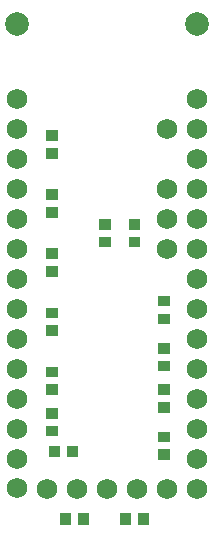
<source format=gts>
G04 Layer: TopSolderMaskLayer*
G04 EasyEDA v6.4.25, 2022-02-03T13:57:38+11:00*
G04 a67cddfb3fce44daa9051d46cbbcc19f,10*
G04 Gerber Generator version 0.2*
G04 Scale: 100 percent, Rotated: No, Reflected: No *
G04 Dimensions in millimeters *
G04 leading zeros omitted , absolute positions ,4 integer and 5 decimal *
%FSLAX45Y45*%
%MOMM*%

%ADD19C,1.7272*%
%ADD22C,2.0016*%

%LPD*%
D19*
G01*
X1778000Y3683000D03*
G01*
X1778000Y3429000D03*
G01*
X1778000Y3175000D03*
G01*
X1778000Y2921000D03*
G01*
X1778000Y2667000D03*
G01*
X1778000Y2413000D03*
G01*
X1778000Y2159000D03*
G01*
X1778000Y1905000D03*
G01*
X1778000Y1651000D03*
G01*
X1778000Y1397000D03*
G01*
X1778000Y1143000D03*
G01*
X1778000Y889000D03*
G01*
X1778000Y635000D03*
G01*
X1778000Y381000D03*
G01*
X1524000Y3429000D03*
G01*
X1524000Y2921000D03*
G01*
X1524000Y2667000D03*
G01*
X1524000Y2413000D03*
G01*
X1524000Y381000D03*
G01*
X1270000Y381000D03*
G01*
X1016000Y381000D03*
G01*
X762000Y381000D03*
G01*
X508000Y381000D03*
G01*
X254000Y393700D03*
G01*
X254000Y635000D03*
G01*
X254000Y889000D03*
G01*
X254000Y1143000D03*
G01*
X254000Y1397000D03*
G01*
X254000Y1651000D03*
G01*
X254000Y1905000D03*
G01*
X254000Y2159000D03*
G01*
X254000Y2413000D03*
G01*
X254000Y2667000D03*
G01*
X254000Y2921000D03*
G01*
X254000Y3175000D03*
G01*
X254000Y3429000D03*
G01*
X254000Y3683000D03*
G36*
X501650Y3329939D02*
G01*
X501650Y3420618D01*
X598170Y3420618D01*
X598170Y3329939D01*
G37*
G36*
X501650Y3179318D02*
G01*
X501650Y3269995D01*
X598170Y3269995D01*
X598170Y3179318D01*
G37*
G36*
X501650Y2829813D02*
G01*
X501650Y2920745D01*
X598170Y2920745D01*
X598170Y2829813D01*
G37*
G36*
X501650Y2679192D02*
G01*
X501650Y2770123D01*
X598170Y2770123D01*
X598170Y2679192D01*
G37*
G36*
X501650Y2329942D02*
G01*
X501650Y2420620D01*
X598170Y2420620D01*
X598170Y2329942D01*
G37*
G36*
X501650Y2179320D02*
G01*
X501650Y2269997D01*
X598170Y2269997D01*
X598170Y2179320D01*
G37*
G36*
X501650Y1829815D02*
G01*
X501650Y1920747D01*
X598170Y1920747D01*
X598170Y1829815D01*
G37*
G36*
X501650Y1679194D02*
G01*
X501650Y1770126D01*
X598170Y1770126D01*
X598170Y1679194D01*
G37*
G36*
X501650Y1329944D02*
G01*
X501650Y1420621D01*
X598170Y1420621D01*
X598170Y1329944D01*
G37*
G36*
X501650Y1179321D02*
G01*
X501650Y1270000D01*
X598170Y1270000D01*
X598170Y1179321D01*
G37*
G36*
X501650Y979931D02*
G01*
X501650Y1070610D01*
X598170Y1070610D01*
X598170Y979931D01*
G37*
G36*
X501650Y829310D02*
G01*
X501650Y919987D01*
X598170Y919987D01*
X598170Y829310D01*
G37*
G36*
X529336Y651763D02*
G01*
X529336Y748284D01*
X620013Y748284D01*
X620013Y651763D01*
G37*
G36*
X679957Y651763D02*
G01*
X679957Y748284D01*
X770636Y748284D01*
X770636Y651763D01*
G37*
G36*
X1451610Y780034D02*
G01*
X1451610Y870712D01*
X1548384Y870712D01*
X1548384Y780034D01*
G37*
G36*
X1451610Y629157D02*
G01*
X1451610Y720089D01*
X1548384Y720089D01*
X1548384Y629157D01*
G37*
G36*
X1451610Y1179829D02*
G01*
X1451610Y1270762D01*
X1548384Y1270762D01*
X1548384Y1179829D01*
G37*
G36*
X1451610Y1029207D02*
G01*
X1451610Y1120139D01*
X1548384Y1120139D01*
X1548384Y1029207D01*
G37*
G36*
X1451610Y1529842D02*
G01*
X1451610Y1620773D01*
X1548384Y1620773D01*
X1548384Y1529842D01*
G37*
G36*
X1451610Y1379220D02*
G01*
X1451610Y1470152D01*
X1548384Y1470152D01*
X1548384Y1379220D01*
G37*
G36*
X1451610Y1929892D02*
G01*
X1451610Y2020823D01*
X1548384Y2020823D01*
X1548384Y1929892D01*
G37*
G36*
X1451610Y1779270D02*
G01*
X1451610Y1870202D01*
X1548384Y1870202D01*
X1548384Y1779270D01*
G37*
G36*
X951737Y2579878D02*
G01*
X951737Y2670810D01*
X1048257Y2670810D01*
X1048257Y2579878D01*
G37*
G36*
X951737Y2429255D02*
G01*
X951737Y2520187D01*
X1048257Y2520187D01*
X1048257Y2429255D01*
G37*
G36*
X1201673Y2579878D02*
G01*
X1201673Y2670810D01*
X1298194Y2670810D01*
X1298194Y2579878D01*
G37*
G36*
X1201673Y2429255D02*
G01*
X1201673Y2520187D01*
X1298194Y2520187D01*
X1298194Y2429255D01*
G37*
G36*
X771905Y81787D02*
G01*
X771905Y178307D01*
X862837Y178307D01*
X862837Y81787D01*
G37*
G36*
X621284Y81787D02*
G01*
X621284Y178307D01*
X711962Y178307D01*
X711962Y81787D01*
G37*
G36*
X1279905Y81787D02*
G01*
X1279905Y178307D01*
X1370837Y178307D01*
X1370837Y81787D01*
G37*
G36*
X1129284Y81787D02*
G01*
X1129284Y178307D01*
X1219962Y178307D01*
X1219962Y81787D01*
G37*
D22*
G01*
X254000Y4318000D03*
G01*
X1778000Y4318000D03*
M02*

</source>
